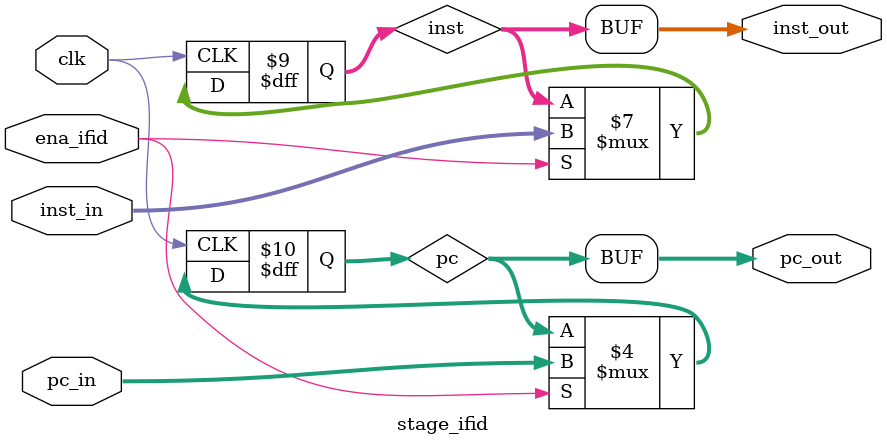
<source format=v>
module stage_ifid
(
 input wire[31:0] inst_in,
 input wire[31:0] pc_in,
 input wire clk,
 input wire ena_ifid,
 output wire[31:0]inst_out,
 output wire[31:0] pc_out
 );
	
	reg[31:0] inst,pc;
	
	
	initial begin 
		inst = 32'h00000000;
		pc = 32'h00000000;
	end
	
	always @(posedge clk) begin
			if (ena_ifid) begin
				inst = inst_in;
				pc = pc_in;
			end
	end
	
	assign inst_out = inst;
	assign pc_out = pc;


endmodule
</source>
